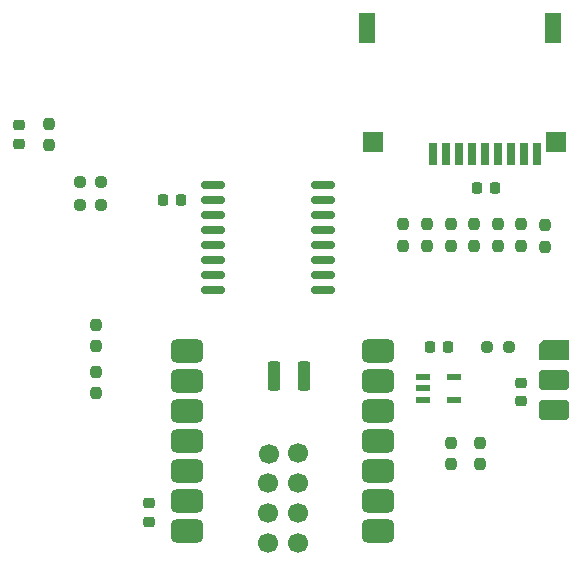
<source format=gtp>
G04 #@! TF.GenerationSoftware,KiCad,Pcbnew,9.0.3*
G04 #@! TF.CreationDate,2025-08-23T15:15:08+02:00*
G04 #@! TF.ProjectId,fw-anwesenheit,66772d61-6e77-4657-9365-6e686569742e,rev?*
G04 #@! TF.SameCoordinates,Original*
G04 #@! TF.FileFunction,Paste,Top*
G04 #@! TF.FilePolarity,Positive*
%FSLAX46Y46*%
G04 Gerber Fmt 4.6, Leading zero omitted, Abs format (unit mm)*
G04 Created by KiCad (PCBNEW 9.0.3) date 2025-08-23 15:15:08*
%MOMM*%
%LPD*%
G01*
G04 APERTURE LIST*
G04 Aperture macros list*
%AMRoundRect*
0 Rectangle with rounded corners*
0 $1 Rounding radius*
0 $2 $3 $4 $5 $6 $7 $8 $9 X,Y pos of 4 corners*
0 Add a 4 corners polygon primitive as box body*
4,1,4,$2,$3,$4,$5,$6,$7,$8,$9,$2,$3,0*
0 Add four circle primitives for the rounded corners*
1,1,$1+$1,$2,$3*
1,1,$1+$1,$4,$5*
1,1,$1+$1,$6,$7*
1,1,$1+$1,$8,$9*
0 Add four rect primitives between the rounded corners*
20,1,$1+$1,$2,$3,$4,$5,0*
20,1,$1+$1,$4,$5,$6,$7,0*
20,1,$1+$1,$6,$7,$8,$9,0*
20,1,$1+$1,$8,$9,$2,$3,0*%
%AMOutline5P*
0 Free polygon, 5 corners , with rotation*
0 The origin of the aperture is its center*
0 number of corners: always 5*
0 $1 to $10 corner X, Y*
0 $11 Rotation angle, in degrees counterclockwise*
0 create outline with 5 corners*
4,1,5,$1,$2,$3,$4,$5,$6,$7,$8,$9,$10,$1,$2,$11*%
%AMOutline6P*
0 Free polygon, 6 corners , with rotation*
0 The origin of the aperture is its center*
0 number of corners: always 6*
0 $1 to $12 corner X, Y*
0 $13 Rotation angle, in degrees counterclockwise*
0 create outline with 6 corners*
4,1,6,$1,$2,$3,$4,$5,$6,$7,$8,$9,$10,$11,$12,$1,$2,$13*%
%AMOutline7P*
0 Free polygon, 7 corners , with rotation*
0 The origin of the aperture is its center*
0 number of corners: always 7*
0 $1 to $14 corner X, Y*
0 $15 Rotation angle, in degrees counterclockwise*
0 create outline with 7 corners*
4,1,7,$1,$2,$3,$4,$5,$6,$7,$8,$9,$10,$11,$12,$13,$14,$1,$2,$15*%
%AMOutline8P*
0 Free polygon, 8 corners , with rotation*
0 The origin of the aperture is its center*
0 number of corners: always 8*
0 $1 to $16 corner X, Y*
0 $17 Rotation angle, in degrees counterclockwise*
0 create outline with 8 corners*
4,1,8,$1,$2,$3,$4,$5,$6,$7,$8,$9,$10,$11,$12,$13,$14,$15,$16,$1,$2,$17*%
G04 Aperture macros list end*
%ADD10RoundRect,0.225000X0.225000X0.250000X-0.225000X0.250000X-0.225000X-0.250000X0.225000X-0.250000X0*%
%ADD11Outline5P,-1.250000X0.510000X-0.910000X0.850000X1.250000X0.850000X1.250000X-0.850000X-1.250000X-0.850000X0.000000*%
%ADD12RoundRect,0.170000X-1.080000X-0.680000X1.080000X-0.680000X1.080000X0.680000X-1.080000X0.680000X0*%
%ADD13RoundRect,0.250000X-1.000000X-0.600000X1.000000X-0.600000X1.000000X0.600000X-1.000000X0.600000X0*%
%ADD14RoundRect,0.500000X0.875000X0.500000X-0.875000X0.500000X-0.875000X-0.500000X0.875000X-0.500000X0*%
%ADD15RoundRect,0.275000X0.275000X-0.975000X0.275000X0.975000X-0.275000X0.975000X-0.275000X-0.975000X0*%
%ADD16C,1.700000*%
%ADD17RoundRect,0.218750X0.256250X-0.218750X0.256250X0.218750X-0.256250X0.218750X-0.256250X-0.218750X0*%
%ADD18RoundRect,0.237500X0.237500X-0.250000X0.237500X0.250000X-0.237500X0.250000X-0.237500X-0.250000X0*%
%ADD19RoundRect,0.237500X-0.237500X0.250000X-0.237500X-0.250000X0.237500X-0.250000X0.237500X0.250000X0*%
%ADD20RoundRect,0.225000X-0.225000X-0.250000X0.225000X-0.250000X0.225000X0.250000X-0.225000X0.250000X0*%
%ADD21RoundRect,0.150000X-0.875000X-0.150000X0.875000X-0.150000X0.875000X0.150000X-0.875000X0.150000X0*%
%ADD22RoundRect,0.237500X0.250000X0.237500X-0.250000X0.237500X-0.250000X-0.237500X0.250000X-0.237500X0*%
%ADD23R,1.270000X0.558800*%
%ADD24RoundRect,0.237500X-0.250000X-0.237500X0.250000X-0.237500X0.250000X0.237500X-0.250000X0.237500X0*%
%ADD25RoundRect,0.225000X0.250000X-0.225000X0.250000X0.225000X-0.250000X0.225000X-0.250000X-0.225000X0*%
%ADD26R,0.700000X1.900000*%
%ADD27R,1.700000X1.800000*%
%ADD28R,1.400000X2.600000*%
%ADD29RoundRect,0.225000X-0.250000X0.225000X-0.250000X-0.225000X0.250000X-0.225000X0.250000X0.225000X0*%
G04 APERTURE END LIST*
D10*
X123775000Y-97500000D03*
X122225000Y-97500000D03*
D11*
X128778000Y-111252000D03*
D12*
X128778000Y-113792000D03*
D13*
X128778000Y-116332000D03*
D14*
X113821600Y-126598500D03*
X113821600Y-124058500D03*
X113821600Y-121518500D03*
X113821600Y-118978500D03*
X113821600Y-116438500D03*
X113821600Y-113898500D03*
X113821600Y-111358500D03*
X97656600Y-111358500D03*
X97656600Y-113898500D03*
X97656600Y-116438500D03*
X97656600Y-118978500D03*
X97656600Y-121518500D03*
X97656600Y-124058500D03*
X97656600Y-126598500D03*
D15*
X107548000Y-113446800D03*
X105008000Y-113446800D03*
D16*
X107040000Y-127620000D03*
X104500000Y-127620000D03*
X107040000Y-125080000D03*
X104500000Y-125080000D03*
X107040000Y-122540000D03*
X104500000Y-122540000D03*
X107040000Y-120000000D03*
X104592600Y-120056800D03*
D17*
X83500000Y-93787500D03*
X83500000Y-92212500D03*
D18*
X120000000Y-102412500D03*
X120000000Y-100587500D03*
X122000000Y-102412500D03*
X122000000Y-100587500D03*
D19*
X90000000Y-109087500D03*
X90000000Y-110912500D03*
D20*
X95618000Y-98552000D03*
X97168000Y-98552000D03*
D21*
X99871000Y-97282000D03*
X99871000Y-98552000D03*
X99871000Y-99822000D03*
X99871000Y-101092000D03*
X99871000Y-102362000D03*
X99871000Y-103632000D03*
X99871000Y-104902000D03*
X99871000Y-106172000D03*
X109171000Y-106172000D03*
X109171000Y-104902000D03*
X109171000Y-103632000D03*
X109171000Y-102362000D03*
X109171000Y-101092000D03*
X109171000Y-99822000D03*
X109171000Y-98552000D03*
X109171000Y-97282000D03*
D18*
X116000000Y-102412500D03*
X116000000Y-100587500D03*
D22*
X90412500Y-97000000D03*
X88587500Y-97000000D03*
X90412500Y-99000000D03*
X88587500Y-99000000D03*
D23*
X117704600Y-113560200D03*
X117704600Y-114500000D03*
X117704600Y-115439800D03*
X120295400Y-115439800D03*
X120295400Y-113560200D03*
D20*
X118225000Y-111000000D03*
X119775000Y-111000000D03*
D19*
X86000000Y-92087500D03*
X86000000Y-93912500D03*
D24*
X123087500Y-111000000D03*
X124912500Y-111000000D03*
D18*
X124000000Y-102412500D03*
X124000000Y-100587500D03*
X128000000Y-102500000D03*
X128000000Y-100675000D03*
X118000000Y-102412500D03*
X118000000Y-100587500D03*
D25*
X125984000Y-115583000D03*
X125984000Y-114033000D03*
D18*
X122500000Y-120912500D03*
X122500000Y-119087500D03*
D19*
X90000000Y-113087500D03*
X90000000Y-114912500D03*
D26*
X118550000Y-94650000D03*
X119650000Y-94650000D03*
X120750000Y-94650000D03*
X121850000Y-94650000D03*
X122950000Y-94650000D03*
X124050000Y-94650000D03*
X125150000Y-94650000D03*
X126250000Y-94650000D03*
X127350000Y-94650000D03*
D27*
X128900000Y-93600000D03*
X113400000Y-93600000D03*
D28*
X128650000Y-84000000D03*
X112950000Y-84000000D03*
D18*
X126000000Y-102412500D03*
X126000000Y-100587500D03*
X120000000Y-120927500D03*
X120000000Y-119102500D03*
D29*
X94500000Y-124225000D03*
X94500000Y-125775000D03*
M02*

</source>
